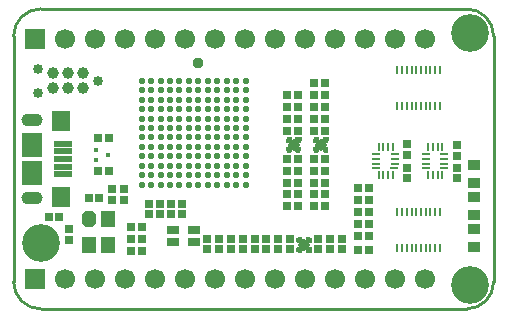
<source format=gts>
G04*
G04 #@! TF.GenerationSoftware,Altium Limited,Altium Designer,20.1.11 (218)*
G04*
G04 Layer_Color=10964583*
%FSLAX44Y44*%
%MOMM*%
G71*
G04*
G04 #@! TF.SameCoordinates,FB7AA9F9-362F-42BE-8F52-ADE0DE83CFEB*
G04*
G04*
G04 #@! TF.FilePolarity,Negative*
G04*
G01*
G75*
%ADD22C,0.2540*%
%ADD23R,0.2000X0.7000*%
%ADD24R,0.4500X0.4000*%
G04:AMPARAMS|DCode=32|XSize=1.2mm|YSize=1.4mm|CornerRadius=0mm|HoleSize=0mm|Usage=FLASHONLY|Rotation=0.000|XOffset=0mm|YOffset=0mm|HoleType=Round|Shape=Octagon|*
%AMOCTAGOND32*
4,1,8,-0.3000,0.7000,0.3000,0.7000,0.6000,0.4000,0.6000,-0.4000,0.3000,-0.7000,-0.3000,-0.7000,-0.6000,-0.4000,-0.6000,0.4000,-0.3000,0.7000,0.0*
%
%ADD32OCTAGOND32*%

%ADD33R,1.2000X1.4000*%
%ADD34R,0.2000X0.6500*%
%ADD35R,0.7500X0.2000*%
%ADD36R,0.6500X0.2000*%
%ADD53R,1.0500X0.7000*%
%ADD54C,1.0000*%
%ADD55R,1.8000X2.1000*%
%ADD56R,1.6000X1.8000*%
%ADD57R,1.5500X0.6000*%
%ADD58R,0.7100X0.8000*%
%ADD59C,0.9500*%
%ADD60C,0.5500*%
%ADD61R,0.8000X0.7100*%
%ADD62R,1.0800X0.9100*%
%ADD63R,0.4600X0.4400*%
%ADD64R,0.3000X0.3000*%
G04:AMPARAMS|DCode=65|XSize=0.3mm|YSize=0.435mm|CornerRadius=0mm|HoleSize=0mm|Usage=FLASHONLY|Rotation=135.000|XOffset=0mm|YOffset=0mm|HoleType=Round|Shape=Rectangle|*
%AMROTATEDRECTD65*
4,1,4,0.2599,0.0477,-0.0477,-0.2599,-0.2599,-0.0477,0.0477,0.2599,0.2599,0.0477,0.0*
%
%ADD65ROTATEDRECTD65*%

%ADD66R,0.5900X0.3100*%
%ADD67R,0.4400X0.4600*%
%ADD68P,1.0182X4X180.0*%
G04:AMPARAMS|DCode=69|XSize=0.435mm|YSize=0.3mm|CornerRadius=0mm|HoleSize=0mm|Usage=FLASHONLY|Rotation=135.000|XOffset=0mm|YOffset=0mm|HoleType=Round|Shape=Rectangle|*
%AMROTATEDRECTD69*
4,1,4,0.2599,-0.0477,0.0477,-0.2599,-0.2599,0.0477,-0.0477,0.2599,0.2599,-0.0477,0.0*
%
%ADD69ROTATEDRECTD69*%

%ADD70R,0.4400X0.4600*%
%ADD71R,0.3000X0.3000*%
G04:AMPARAMS|DCode=72|XSize=0.3mm|YSize=0.435mm|CornerRadius=0mm|HoleSize=0mm|Usage=FLASHONLY|Rotation=225.000|XOffset=0mm|YOffset=0mm|HoleType=Round|Shape=Rectangle|*
%AMROTATEDRECTD72*
4,1,4,-0.0477,0.2599,0.2599,-0.0477,0.0477,-0.2599,-0.2599,0.0477,-0.0477,0.2599,0.0*
%
%ADD72ROTATEDRECTD72*%

%ADD73R,0.3100X0.5900*%
%ADD74R,0.4600X0.4400*%
%ADD75P,1.0182X4X270.0*%
G04:AMPARAMS|DCode=76|XSize=0.435mm|YSize=0.3mm|CornerRadius=0mm|HoleSize=0mm|Usage=FLASHONLY|Rotation=225.000|XOffset=0mm|YOffset=0mm|HoleType=Round|Shape=Rectangle|*
%AMROTATEDRECTD76*
4,1,4,0.0477,0.2599,0.2599,0.0477,-0.0477,-0.2599,-0.2599,-0.0477,0.0477,0.2599,0.0*
%
%ADD76ROTATEDRECTD76*%

%ADD77C,0.8500*%
G04:AMPARAMS|DCode=78|XSize=1.1mm|YSize=1.8mm|CornerRadius=0.55mm|HoleSize=0mm|Usage=FLASHONLY|Rotation=270.000|XOffset=0mm|YOffset=0mm|HoleType=Round|Shape=RoundedRectangle|*
%AMROUNDEDRECTD78*
21,1,1.1000,0.7000,0,0,270.0*
21,1,0.0000,1.8000,0,0,270.0*
1,1,1.1000,-0.3500,0.0000*
1,1,1.1000,-0.3500,0.0000*
1,1,1.1000,0.3500,0.0000*
1,1,1.1000,0.3500,0.0000*
%
%ADD78ROUNDEDRECTD78*%
%ADD79C,1.7000*%
%ADD80R,1.7000X1.7000*%
%ADD81C,3.2000*%
D22*
X22860Y254000D02*
G03*
X-10Y231150I-10J-22860D01*
G01*
X10Y22870D02*
G03*
X22860Y0I22860J-10D01*
G01*
X406420Y231150D02*
G03*
X383570Y254020I-22860J10D01*
G01*
X383570Y0D02*
G03*
X406440Y22850I10J22860D01*
G01*
X22860Y254000D02*
X383540Y254000D01*
X406420Y22830D02*
Y231140D01*
X22870Y0D02*
X383540Y0D01*
X0Y22880D02*
Y231120D01*
D23*
X360900Y202400D02*
D03*
Y171600D02*
D03*
X356900Y202400D02*
D03*
Y171600D02*
D03*
X352900Y202400D02*
D03*
Y171600D02*
D03*
X348900Y202400D02*
D03*
Y171600D02*
D03*
X344900Y202400D02*
D03*
Y171600D02*
D03*
X340900Y202400D02*
D03*
Y171600D02*
D03*
X336900Y202400D02*
D03*
Y171600D02*
D03*
X332900Y202400D02*
D03*
Y171600D02*
D03*
X328900Y202400D02*
D03*
Y171600D02*
D03*
X324900Y202400D02*
D03*
Y171600D02*
D03*
Y51600D02*
D03*
Y82400D02*
D03*
X328900Y51600D02*
D03*
Y82400D02*
D03*
X332900Y51600D02*
D03*
Y82400D02*
D03*
X336900Y51600D02*
D03*
Y82400D02*
D03*
X340900Y51600D02*
D03*
Y82400D02*
D03*
X344900Y51600D02*
D03*
Y82400D02*
D03*
X348900Y51600D02*
D03*
Y82400D02*
D03*
X352900Y51600D02*
D03*
Y82400D02*
D03*
X356900Y51600D02*
D03*
Y82400D02*
D03*
X360900Y51600D02*
D03*
Y82400D02*
D03*
D24*
X80083Y130419D02*
D03*
X69583Y126419D02*
D03*
Y134419D02*
D03*
D32*
X64080Y76000D02*
D03*
D33*
X80080D02*
D03*
X64080Y54000D02*
D03*
X80080D02*
D03*
D34*
X321000Y136750D02*
D03*
X317000D02*
D03*
X313000D02*
D03*
X309000D02*
D03*
Y113250D02*
D03*
X313000D02*
D03*
X317000D02*
D03*
X321000D02*
D03*
X363000D02*
D03*
X359000D02*
D03*
X355000D02*
D03*
X351000D02*
D03*
Y136750D02*
D03*
X355000D02*
D03*
X359000D02*
D03*
X363000D02*
D03*
D35*
X322250Y119000D02*
D03*
X364250D02*
D03*
D36*
X322750Y123000D02*
D03*
Y127000D02*
D03*
Y131000D02*
D03*
X307250D02*
D03*
Y127000D02*
D03*
Y123000D02*
D03*
Y119000D02*
D03*
X349250D02*
D03*
Y123000D02*
D03*
Y127000D02*
D03*
Y131000D02*
D03*
X364750D02*
D03*
Y127000D02*
D03*
Y123000D02*
D03*
D53*
X152830Y57000D02*
D03*
X135330D02*
D03*
X152830Y67000D02*
D03*
X135330D02*
D03*
D54*
X33780Y186810D02*
D03*
X59180Y199510D02*
D03*
Y186810D02*
D03*
X46480Y199510D02*
D03*
X33780D02*
D03*
X46480Y186810D02*
D03*
D55*
X15260Y115000D02*
D03*
Y139000D02*
D03*
D56*
X39760Y95000D02*
D03*
X39760Y159000D02*
D03*
D57*
X42010Y114000D02*
D03*
X42010Y120500D02*
D03*
X42010Y140000D02*
D03*
X42010Y127000D02*
D03*
X42010Y133500D02*
D03*
D58*
X71700Y116840D02*
D03*
X80700D02*
D03*
X63580Y94000D02*
D03*
X72580D02*
D03*
X108500Y59000D02*
D03*
X99500D02*
D03*
X29580Y78000D02*
D03*
X38580D02*
D03*
X114580Y89000D02*
D03*
X123580D02*
D03*
X114580Y80000D02*
D03*
X123580D02*
D03*
X240580Y107000D02*
D03*
X231580D02*
D03*
X240580Y117000D02*
D03*
X231580D02*
D03*
X240580Y127000D02*
D03*
X231580D02*
D03*
X240580Y151000D02*
D03*
X231580D02*
D03*
X240580Y161000D02*
D03*
X231580D02*
D03*
X240580Y171000D02*
D03*
X231580D02*
D03*
X263580Y107000D02*
D03*
X254580D02*
D03*
X263580Y117000D02*
D03*
X254580D02*
D03*
X263580Y127000D02*
D03*
X254580D02*
D03*
X263580Y151000D02*
D03*
X254580D02*
D03*
X263580Y161000D02*
D03*
X254580D02*
D03*
X263580Y171000D02*
D03*
X254580D02*
D03*
X240580Y181000D02*
D03*
X231580D02*
D03*
X263580D02*
D03*
X254580D02*
D03*
X300500Y50000D02*
D03*
X291500D02*
D03*
X240580Y97000D02*
D03*
X231580D02*
D03*
X263580D02*
D03*
X254580D02*
D03*
X71700Y144780D02*
D03*
X80700D02*
D03*
X99500Y69000D02*
D03*
X108500D02*
D03*
X99500Y49000D02*
D03*
X108500D02*
D03*
X291500Y102000D02*
D03*
X300500D02*
D03*
X142580Y89000D02*
D03*
X133580D02*
D03*
Y80000D02*
D03*
X142580D02*
D03*
X231580Y87000D02*
D03*
X240580D02*
D03*
X254580D02*
D03*
X263580D02*
D03*
X291500Y92000D02*
D03*
X300500D02*
D03*
X291500Y82000D02*
D03*
X300500D02*
D03*
X291500Y72000D02*
D03*
X300500D02*
D03*
X291500Y62000D02*
D03*
X300500D02*
D03*
X263580Y191000D02*
D03*
X254580D02*
D03*
D59*
X156080Y208000D02*
D03*
D60*
X108460Y105160D02*
D03*
Y113160D02*
D03*
Y121160D02*
D03*
Y129160D02*
D03*
Y137160D02*
D03*
Y145160D02*
D03*
Y153160D02*
D03*
Y161160D02*
D03*
Y169160D02*
D03*
Y177160D02*
D03*
X116460Y105160D02*
D03*
Y113160D02*
D03*
Y121160D02*
D03*
Y129160D02*
D03*
Y137160D02*
D03*
Y145160D02*
D03*
Y153160D02*
D03*
Y161160D02*
D03*
Y169160D02*
D03*
Y177160D02*
D03*
X124460Y105160D02*
D03*
Y113160D02*
D03*
Y121160D02*
D03*
Y129160D02*
D03*
Y137160D02*
D03*
Y145160D02*
D03*
Y153160D02*
D03*
Y161160D02*
D03*
Y169160D02*
D03*
Y177160D02*
D03*
X132460Y105160D02*
D03*
Y113160D02*
D03*
Y121160D02*
D03*
Y129160D02*
D03*
Y137160D02*
D03*
Y145160D02*
D03*
Y153160D02*
D03*
Y161160D02*
D03*
Y169160D02*
D03*
Y177160D02*
D03*
X140460Y105160D02*
D03*
Y113160D02*
D03*
Y121160D02*
D03*
Y129160D02*
D03*
Y137160D02*
D03*
Y145160D02*
D03*
Y153160D02*
D03*
Y161160D02*
D03*
Y169160D02*
D03*
Y177160D02*
D03*
X148460Y105160D02*
D03*
Y113160D02*
D03*
Y121160D02*
D03*
Y129160D02*
D03*
Y137160D02*
D03*
Y145160D02*
D03*
Y153160D02*
D03*
Y161160D02*
D03*
Y169160D02*
D03*
Y177160D02*
D03*
X156460Y105160D02*
D03*
Y113160D02*
D03*
Y121160D02*
D03*
Y129160D02*
D03*
Y137160D02*
D03*
Y145160D02*
D03*
Y153160D02*
D03*
Y161160D02*
D03*
Y169160D02*
D03*
Y177160D02*
D03*
X164460Y105160D02*
D03*
Y113160D02*
D03*
Y121160D02*
D03*
Y129160D02*
D03*
Y137160D02*
D03*
Y145160D02*
D03*
Y153160D02*
D03*
Y161160D02*
D03*
Y169160D02*
D03*
Y177160D02*
D03*
X172460Y105160D02*
D03*
Y113160D02*
D03*
Y121160D02*
D03*
Y129160D02*
D03*
Y137160D02*
D03*
Y145160D02*
D03*
Y153160D02*
D03*
Y161160D02*
D03*
Y169160D02*
D03*
Y177160D02*
D03*
X180460Y105160D02*
D03*
Y113160D02*
D03*
Y121160D02*
D03*
Y129160D02*
D03*
Y137160D02*
D03*
Y145160D02*
D03*
Y153160D02*
D03*
Y161160D02*
D03*
Y169160D02*
D03*
Y177160D02*
D03*
Y193160D02*
D03*
Y185160D02*
D03*
X172460Y193160D02*
D03*
Y185160D02*
D03*
X164460Y193160D02*
D03*
Y185160D02*
D03*
X156460Y193160D02*
D03*
Y185160D02*
D03*
X148460Y193160D02*
D03*
Y185160D02*
D03*
X140460Y193160D02*
D03*
Y185160D02*
D03*
X132460Y193160D02*
D03*
Y185160D02*
D03*
X124460Y193160D02*
D03*
Y185160D02*
D03*
X116460Y193160D02*
D03*
Y185160D02*
D03*
X108460Y193160D02*
D03*
Y185160D02*
D03*
X188460D02*
D03*
Y193160D02*
D03*
X196460Y185160D02*
D03*
Y193160D02*
D03*
Y177160D02*
D03*
Y169160D02*
D03*
Y161160D02*
D03*
Y153160D02*
D03*
Y145160D02*
D03*
Y137160D02*
D03*
Y129160D02*
D03*
Y121160D02*
D03*
Y113160D02*
D03*
Y105160D02*
D03*
X188460Y177160D02*
D03*
Y169160D02*
D03*
Y161160D02*
D03*
Y153160D02*
D03*
Y145160D02*
D03*
Y137160D02*
D03*
Y129160D02*
D03*
Y121160D02*
D03*
Y113160D02*
D03*
Y105160D02*
D03*
D61*
X93080Y92500D02*
D03*
Y101500D02*
D03*
X234080Y50500D02*
D03*
Y59500D02*
D03*
X214080Y50500D02*
D03*
Y59500D02*
D03*
X224080Y50500D02*
D03*
Y59500D02*
D03*
X258080Y50500D02*
D03*
Y59500D02*
D03*
X268080Y50500D02*
D03*
Y59500D02*
D03*
X278080Y50500D02*
D03*
Y59500D02*
D03*
X375000Y129500D02*
D03*
Y138500D02*
D03*
X333000Y119500D02*
D03*
Y110500D02*
D03*
X194080Y59500D02*
D03*
Y50500D02*
D03*
X47080Y58500D02*
D03*
Y67500D02*
D03*
X83080Y92500D02*
D03*
Y101500D02*
D03*
X184080Y50500D02*
D03*
Y59500D02*
D03*
X174080Y50500D02*
D03*
Y59500D02*
D03*
X164080Y50500D02*
D03*
Y59500D02*
D03*
X204080D02*
D03*
Y50500D02*
D03*
X333000Y130500D02*
D03*
Y139500D02*
D03*
X375000Y119500D02*
D03*
Y110500D02*
D03*
D62*
X390000Y94500D02*
D03*
Y79500D02*
D03*
Y121500D02*
D03*
Y106500D02*
D03*
Y67500D02*
D03*
Y52500D02*
D03*
D63*
X249330Y49200D02*
D03*
Y58800D02*
D03*
X242830D02*
D03*
Y49200D02*
D03*
D64*
X251080Y49000D02*
D03*
X249780Y50600D02*
D03*
X242380Y57400D02*
D03*
X249780D02*
D03*
X242380Y50600D02*
D03*
D65*
X249210Y50880D02*
D03*
X242950Y57120D02*
D03*
D66*
X250130Y50000D02*
D03*
X242030Y58000D02*
D03*
X250130D02*
D03*
X242030Y50000D02*
D03*
D67*
X250880Y50750D02*
D03*
X241280Y57250D02*
D03*
X250880D02*
D03*
X241280Y50750D02*
D03*
D68*
X246080Y54000D02*
D03*
D69*
X249210Y57120D02*
D03*
X242950Y50880D02*
D03*
D70*
X241880Y142250D02*
D03*
X232280D02*
D03*
Y135750D02*
D03*
X241880D02*
D03*
X264880Y142250D02*
D03*
X255280D02*
D03*
Y135750D02*
D03*
X264880D02*
D03*
D71*
X242080Y144000D02*
D03*
X240480Y142700D02*
D03*
X233680Y135300D02*
D03*
Y142700D02*
D03*
X240480Y135300D02*
D03*
X265080Y144000D02*
D03*
X263480Y142700D02*
D03*
X256680Y135300D02*
D03*
Y142700D02*
D03*
X263480Y135300D02*
D03*
D72*
X240200Y142130D02*
D03*
X233960Y135870D02*
D03*
X263200Y142130D02*
D03*
X256960Y135870D02*
D03*
D73*
X241080Y143050D02*
D03*
X233080Y134950D02*
D03*
Y143050D02*
D03*
X241080Y134950D02*
D03*
X264080Y143050D02*
D03*
X256080Y134950D02*
D03*
Y143050D02*
D03*
X264080Y134950D02*
D03*
D74*
X240330Y143800D02*
D03*
X233830Y134200D02*
D03*
Y143800D02*
D03*
X240330Y134200D02*
D03*
X263330Y143800D02*
D03*
X256830Y134200D02*
D03*
Y143800D02*
D03*
X263330Y134200D02*
D03*
D75*
X237080Y139000D02*
D03*
X260080D02*
D03*
D76*
X233960Y142130D02*
D03*
X240200Y135870D02*
D03*
X256960Y142130D02*
D03*
X263200Y135870D02*
D03*
D77*
X21080Y203320D02*
D03*
Y183000D02*
D03*
X71880Y193160D02*
D03*
D78*
X15260Y94000D02*
D03*
X15260Y160000D02*
D03*
D79*
X348000Y25400D02*
D03*
X322600D02*
D03*
X297200D02*
D03*
X271800D02*
D03*
X246400D02*
D03*
X221000D02*
D03*
X195600D02*
D03*
X170200D02*
D03*
X144800D02*
D03*
X119400D02*
D03*
X94000D02*
D03*
X68600D02*
D03*
X43200D02*
D03*
Y228600D02*
D03*
X68600D02*
D03*
X94000D02*
D03*
X119400D02*
D03*
X144800D02*
D03*
X170200D02*
D03*
X195600D02*
D03*
X221000D02*
D03*
X246400D02*
D03*
X271800D02*
D03*
X297200D02*
D03*
X322600D02*
D03*
X348000D02*
D03*
D80*
X17800Y25400D02*
D03*
Y228600D02*
D03*
D81*
X386080Y20320D02*
D03*
Y233680D02*
D03*
X22860Y55880D02*
D03*
M02*

</source>
